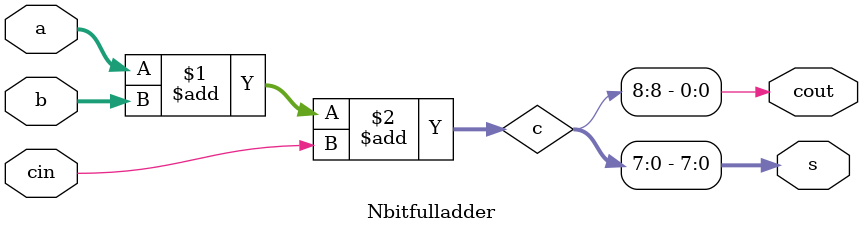
<source format=sv>
`timescale 1ns / 1ps

module Nbitfulladder(input logic [7:0] a, b,
input logic cin,
output logic [7:0] s,
output logic cout);
wire [8:0] c;
assign c=a+b+cin;
assign cout=c[8];
assign s=c[7:0];
endmodule


</source>
